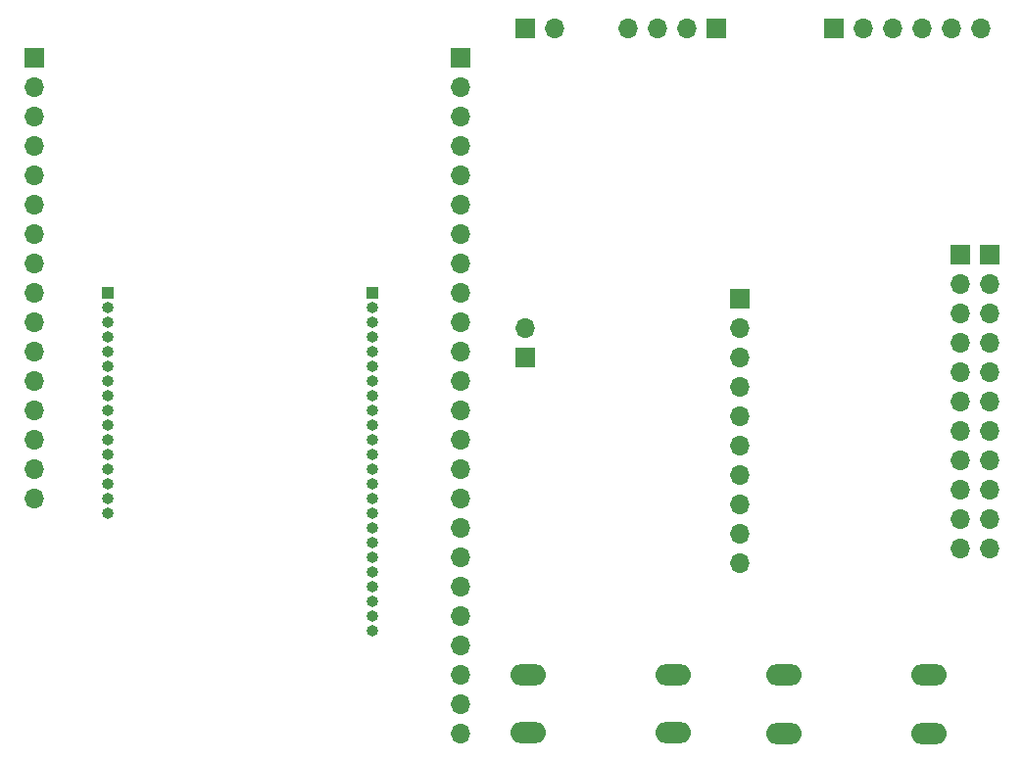
<source format=gbr>
%TF.GenerationSoftware,KiCad,Pcbnew,(5.1.8)-1*%
%TF.CreationDate,2020-11-23T02:20:36+03:00*%
%TF.ProjectId,morphesp240_g850_interface,6d6f7270-6865-4737-9032-34305f673835,1.0*%
%TF.SameCoordinates,Original*%
%TF.FileFunction,Soldermask,Bot*%
%TF.FilePolarity,Negative*%
%FSLAX46Y46*%
G04 Gerber Fmt 4.6, Leading zero omitted, Abs format (unit mm)*
G04 Created by KiCad (PCBNEW (5.1.8)-1) date 2020-11-23 02:20:36*
%MOMM*%
%LPD*%
G01*
G04 APERTURE LIST*
%ADD10O,3.048000X1.850000*%
%ADD11O,1.700000X1.700000*%
%ADD12R,1.700000X1.700000*%
%ADD13O,1.000000X1.000000*%
%ADD14R,1.000000X1.000000*%
G04 APERTURE END LIST*
D10*
%TO.C,SW2*%
X143510000Y-120650000D03*
X143510000Y-115650000D03*
X156010000Y-120650000D03*
X156010000Y-115650000D03*
%TD*%
%TO.C,SW1*%
X121412000Y-120570000D03*
X121412000Y-115570000D03*
X133912000Y-120570000D03*
X133912000Y-115570000D03*
%TD*%
D11*
%TO.C,J13*%
X161290000Y-104648000D03*
X161290000Y-102108000D03*
X161290000Y-99568000D03*
X161290000Y-97028000D03*
X161290000Y-94488000D03*
X161290000Y-91948000D03*
X161290000Y-89408000D03*
X161290000Y-86868000D03*
X161290000Y-84328000D03*
X161290000Y-81788000D03*
D12*
X161290000Y-79248000D03*
%TD*%
D11*
%TO.C,J12*%
X158750000Y-104648000D03*
X158750000Y-102108000D03*
X158750000Y-99568000D03*
X158750000Y-97028000D03*
X158750000Y-94488000D03*
X158750000Y-91948000D03*
X158750000Y-89408000D03*
X158750000Y-86868000D03*
X158750000Y-84328000D03*
X158750000Y-81788000D03*
D12*
X158750000Y-79248000D03*
%TD*%
D11*
%TO.C,J11*%
X160528000Y-59690000D03*
X157988000Y-59690000D03*
X155448000Y-59690000D03*
X152908000Y-59690000D03*
X150368000Y-59690000D03*
D12*
X147828000Y-59690000D03*
%TD*%
D11*
%TO.C,J10*%
X139700000Y-105918000D03*
X139700000Y-103378000D03*
X139700000Y-100838000D03*
X139700000Y-98298000D03*
X139700000Y-95758000D03*
X139700000Y-93218000D03*
X139700000Y-90678000D03*
X139700000Y-88138000D03*
X139700000Y-85598000D03*
D12*
X139700000Y-83058000D03*
%TD*%
D11*
%TO.C,J9*%
X121158000Y-85598000D03*
D12*
X121158000Y-88138000D03*
%TD*%
D11*
%TO.C,J8*%
X130048000Y-59690000D03*
X132588000Y-59690000D03*
X135128000Y-59690000D03*
D12*
X137668000Y-59690000D03*
%TD*%
D11*
%TO.C,J6*%
X123698000Y-59690000D03*
D12*
X121158000Y-59690000D03*
%TD*%
D13*
%TO.C,J3*%
X85090000Y-101600000D03*
X85090000Y-100330000D03*
X85090000Y-99060000D03*
X85090000Y-97790000D03*
X85090000Y-96520000D03*
X85090000Y-95250000D03*
X85090000Y-93980000D03*
X85090000Y-92710000D03*
X85090000Y-91440000D03*
X85090000Y-90170000D03*
X85090000Y-88900000D03*
X85090000Y-87630000D03*
X85090000Y-86360000D03*
X85090000Y-85090000D03*
X85090000Y-83820000D03*
D14*
X85090000Y-82550000D03*
%TD*%
D13*
%TO.C,J2*%
X107950000Y-111760000D03*
X107950000Y-110490000D03*
X107950000Y-109220000D03*
X107950000Y-107950000D03*
X107950000Y-106680000D03*
X107950000Y-105410000D03*
X107950000Y-104140000D03*
X107950000Y-102870000D03*
X107950000Y-101600000D03*
X107950000Y-100330000D03*
X107950000Y-99060000D03*
X107950000Y-97790000D03*
X107950000Y-96520000D03*
X107950000Y-95250000D03*
X107950000Y-93980000D03*
X107950000Y-92710000D03*
X107950000Y-91440000D03*
X107950000Y-90170000D03*
X107950000Y-88900000D03*
X107950000Y-87630000D03*
X107950000Y-86360000D03*
X107950000Y-85090000D03*
X107950000Y-83820000D03*
D14*
X107950000Y-82550000D03*
%TD*%
D12*
%TO.C,J1*%
X115570000Y-62230000D03*
D11*
X115570000Y-64770000D03*
X115570000Y-67310000D03*
X115570000Y-69850000D03*
X115570000Y-72390000D03*
X115570000Y-74930000D03*
X115570000Y-77470000D03*
X115570000Y-80010000D03*
X115570000Y-82550000D03*
X115570000Y-85090000D03*
X115570000Y-87630000D03*
X115570000Y-90170000D03*
X115570000Y-92710000D03*
X115570000Y-95250000D03*
X115570000Y-97790000D03*
X115570000Y-100330000D03*
X115570000Y-102870000D03*
X115570000Y-105410000D03*
X115570000Y-107950000D03*
X115570000Y-110490000D03*
X115570000Y-113030000D03*
X115570000Y-115570000D03*
X115570000Y-118110000D03*
X115570000Y-120650000D03*
%TD*%
D12*
%TO.C,J4*%
X78740000Y-62230000D03*
D11*
X78740000Y-64770000D03*
X78740000Y-67310000D03*
X78740000Y-69850000D03*
X78740000Y-72390000D03*
X78740000Y-74930000D03*
X78740000Y-77470000D03*
X78740000Y-80010000D03*
X78740000Y-82550000D03*
X78740000Y-85090000D03*
X78740000Y-87630000D03*
X78740000Y-90170000D03*
X78740000Y-92710000D03*
X78740000Y-95250000D03*
X78740000Y-97790000D03*
X78740000Y-100330000D03*
%TD*%
M02*

</source>
